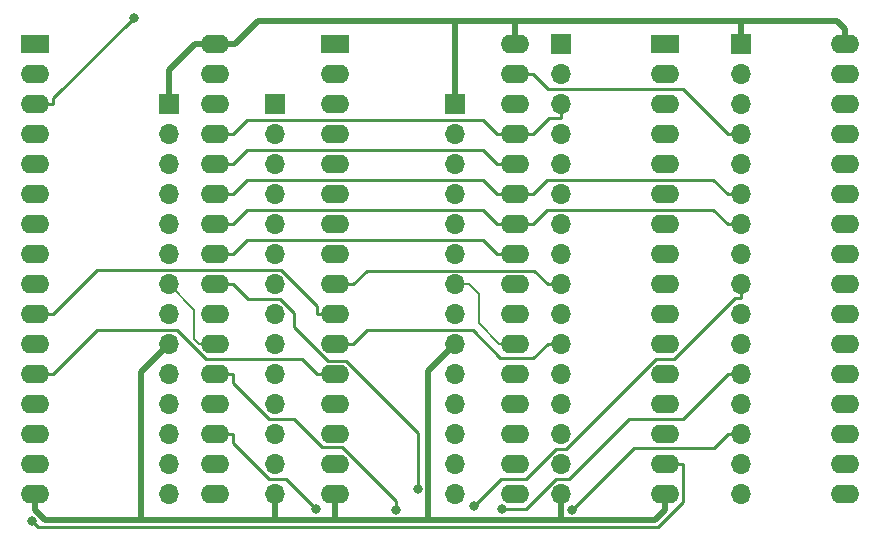
<source format=gbr>
G04 #@! TF.GenerationSoftware,KiCad,Pcbnew,(5.1.5-0-10_14)*
G04 #@! TF.CreationDate,2021-06-27T02:44:24+01:00*
G04 #@! TF.ProjectId,flash-rom-expansion,666c6173-682d-4726-9f6d-2d657870616e,rev?*
G04 #@! TF.SameCoordinates,Original*
G04 #@! TF.FileFunction,Copper,L2,Bot*
G04 #@! TF.FilePolarity,Positive*
%FSLAX46Y46*%
G04 Gerber Fmt 4.6, Leading zero omitted, Abs format (unit mm)*
G04 Created by KiCad (PCBNEW (5.1.5-0-10_14)) date 2021-06-27 02:44:24*
%MOMM*%
%LPD*%
G04 APERTURE LIST*
%ADD10O,1.700000X1.700000*%
%ADD11R,1.700000X1.700000*%
%ADD12O,2.400000X1.600000*%
%ADD13R,2.400000X1.600000*%
%ADD14C,0.800000*%
%ADD15C,0.500000*%
%ADD16C,0.250000*%
%ADD17C,0.130000*%
G04 APERTURE END LIST*
D10*
X108060000Y-99060000D03*
X108060000Y-96520000D03*
X108060000Y-93980000D03*
X108060000Y-91440000D03*
X108060000Y-88900000D03*
X108060000Y-86360000D03*
X108060000Y-83820000D03*
X108060000Y-81280000D03*
X108060000Y-78740000D03*
X108060000Y-76200000D03*
X108060000Y-73660000D03*
X108060000Y-71120000D03*
X108060000Y-68580000D03*
X108060000Y-66040000D03*
X108060000Y-63500000D03*
D11*
X108060000Y-60960000D03*
D10*
X92820000Y-99060000D03*
X92820000Y-96520000D03*
X92820000Y-93980000D03*
X92820000Y-91440000D03*
X92820000Y-88900000D03*
X92820000Y-86360000D03*
X92820000Y-83820000D03*
X92820000Y-81280000D03*
X92820000Y-78740000D03*
X92820000Y-76200000D03*
X92820000Y-73660000D03*
X92820000Y-71120000D03*
X92820000Y-68580000D03*
X92820000Y-66040000D03*
X92820000Y-63500000D03*
D11*
X92820000Y-60960000D03*
D10*
X83820000Y-99080000D03*
X83820000Y-96540000D03*
X83820000Y-94000000D03*
X83820000Y-91460000D03*
X83820000Y-88920000D03*
X83820000Y-86380000D03*
X83820000Y-83840000D03*
X83820000Y-81300000D03*
X83820000Y-78760000D03*
X83820000Y-76220000D03*
X83820000Y-73680000D03*
X83820000Y-71140000D03*
X83820000Y-68600000D03*
D11*
X83820000Y-66060000D03*
D10*
X68580000Y-99080000D03*
X68580000Y-96540000D03*
X68580000Y-94000000D03*
X68580000Y-91460000D03*
X68580000Y-88920000D03*
X68580000Y-86380000D03*
X68580000Y-83840000D03*
X68580000Y-81300000D03*
X68580000Y-78760000D03*
X68580000Y-76220000D03*
X68580000Y-73680000D03*
X68580000Y-71140000D03*
X68580000Y-68600000D03*
D11*
X68580000Y-66060000D03*
D10*
X59580000Y-99080000D03*
X59580000Y-96540000D03*
X59580000Y-94000000D03*
X59580000Y-91460000D03*
X59580000Y-88920000D03*
X59580000Y-86380000D03*
X59580000Y-83840000D03*
X59580000Y-81300000D03*
X59580000Y-78760000D03*
X59580000Y-76220000D03*
X59580000Y-73680000D03*
X59580000Y-71140000D03*
X59580000Y-68600000D03*
D11*
X59580000Y-66060000D03*
D12*
X88900000Y-60960000D03*
X73660000Y-99060000D03*
X88900000Y-63500000D03*
X73660000Y-96520000D03*
X88900000Y-66040000D03*
X73660000Y-93980000D03*
X88900000Y-68580000D03*
X73660000Y-91440000D03*
X88900000Y-71120000D03*
X73660000Y-88900000D03*
X88900000Y-73660000D03*
X73660000Y-86360000D03*
X88900000Y-76200000D03*
X73660000Y-83820000D03*
X88900000Y-78740000D03*
X73660000Y-81280000D03*
X88900000Y-81280000D03*
X73660000Y-78740000D03*
X88900000Y-83820000D03*
X73660000Y-76200000D03*
X88900000Y-86360000D03*
X73660000Y-73660000D03*
X88900000Y-88900000D03*
X73660000Y-71120000D03*
X88900000Y-91440000D03*
X73660000Y-68580000D03*
X88900000Y-93980000D03*
X73660000Y-66040000D03*
X88900000Y-96520000D03*
X73660000Y-63500000D03*
X88900000Y-99060000D03*
D13*
X73660000Y-60960000D03*
D12*
X63500000Y-60960000D03*
X48260000Y-99060000D03*
X63500000Y-63500000D03*
X48260000Y-96520000D03*
X63500000Y-66040000D03*
X48260000Y-93980000D03*
X63500000Y-68580000D03*
X48260000Y-91440000D03*
X63500000Y-71120000D03*
X48260000Y-88900000D03*
X63500000Y-73660000D03*
X48260000Y-86360000D03*
X63500000Y-76200000D03*
X48260000Y-83820000D03*
X63500000Y-78740000D03*
X48260000Y-81280000D03*
X63500000Y-81280000D03*
X48260000Y-78740000D03*
X63500000Y-83820000D03*
X48260000Y-76200000D03*
X63500000Y-86360000D03*
X48260000Y-73660000D03*
X63500000Y-88900000D03*
X48260000Y-71120000D03*
X63500000Y-91440000D03*
X48260000Y-68580000D03*
X63500000Y-93980000D03*
X48260000Y-66040000D03*
X63500000Y-96520000D03*
X48260000Y-63500000D03*
X63500000Y-99060000D03*
D13*
X48260000Y-60960000D03*
D12*
X116840000Y-60960000D03*
X101600000Y-99060000D03*
X116840000Y-63500000D03*
X101600000Y-96520000D03*
X116840000Y-66040000D03*
X101600000Y-93980000D03*
X116840000Y-68580000D03*
X101600000Y-91440000D03*
X116840000Y-71120000D03*
X101600000Y-88900000D03*
X116840000Y-73660000D03*
X101600000Y-86360000D03*
X116840000Y-76200000D03*
X101600000Y-83820000D03*
X116840000Y-78740000D03*
X101600000Y-81280000D03*
X116840000Y-81280000D03*
X101600000Y-78740000D03*
X116840000Y-83820000D03*
X101600000Y-76200000D03*
X116840000Y-86360000D03*
X101600000Y-73660000D03*
X116840000Y-88900000D03*
X101600000Y-71120000D03*
X116840000Y-91440000D03*
X101600000Y-68580000D03*
X116840000Y-93980000D03*
X101600000Y-66040000D03*
X116840000Y-96520000D03*
X101600000Y-63500000D03*
X116840000Y-99060000D03*
D13*
X101600000Y-60960000D03*
D14*
X56606000Y-58709200D03*
X48029800Y-101333500D03*
X80677200Y-98622900D03*
X85436800Y-100049900D03*
X78783900Y-100383600D03*
X87797200Y-100350400D03*
X72030700Y-100351400D03*
X93741100Y-100368900D03*
D15*
X57252000Y-101234000D02*
X68588000Y-101234000D01*
X57252000Y-101234000D02*
X57252000Y-88708000D01*
X57252000Y-88708000D02*
X59580000Y-86380000D01*
X68588000Y-101234000D02*
X73755000Y-101234000D01*
X68588000Y-101234000D02*
X68580000Y-101226000D01*
X68580000Y-101226000D02*
X68580000Y-99080000D01*
X73755000Y-101234000D02*
X81544000Y-101234000D01*
X73755000Y-101234000D02*
X73660000Y-101139000D01*
X73660000Y-101139000D02*
X73660000Y-99060000D01*
X81544000Y-101234000D02*
X92727000Y-101234000D01*
X81544000Y-101234000D02*
X81544000Y-88656000D01*
X81544000Y-88656000D02*
X83820000Y-86380000D01*
X92727000Y-101234000D02*
X100726000Y-101234000D01*
X100726000Y-101234000D02*
X101600000Y-100360000D01*
X101600000Y-100360000D02*
X101600000Y-99060000D01*
X92727000Y-101234000D02*
X92820000Y-101141000D01*
X92820000Y-101141000D02*
X92820000Y-99060000D01*
X48260000Y-99060000D02*
X48260000Y-100360000D01*
X48260000Y-100360000D02*
X49134000Y-101234000D01*
X49134000Y-101234000D02*
X57252000Y-101234000D01*
D16*
X48260000Y-66040000D02*
X49785300Y-66040000D01*
X56606000Y-58709200D02*
X49785300Y-65529900D01*
X49785300Y-65529900D02*
X49785300Y-66040000D01*
X101600000Y-96520000D02*
X103125300Y-96520000D01*
X103125300Y-96520000D02*
X103125300Y-99702200D01*
X103125300Y-99702200D02*
X101018100Y-101809400D01*
X101018100Y-101809400D02*
X48505700Y-101809400D01*
X48505700Y-101809400D02*
X48029800Y-101333500D01*
X88900000Y-71120000D02*
X87374700Y-71120000D01*
X63500000Y-71120000D02*
X65025300Y-71120000D01*
X65025300Y-71120000D02*
X66236500Y-69908800D01*
X66236500Y-69908800D02*
X86163500Y-69908800D01*
X86163500Y-69908800D02*
X87374700Y-71120000D01*
X48260000Y-88900000D02*
X49785300Y-88900000D01*
X73660000Y-88900000D02*
X72134700Y-88900000D01*
X72134700Y-88900000D02*
X70864700Y-87630000D01*
X70864700Y-87630000D02*
X62759200Y-87630000D01*
X62759200Y-87630000D02*
X60293200Y-85164000D01*
X60293200Y-85164000D02*
X53521300Y-85164000D01*
X53521300Y-85164000D02*
X49785300Y-88900000D01*
X88900000Y-73660000D02*
X90425300Y-73660000D01*
X108060000Y-73660000D02*
X106884700Y-73660000D01*
X106884700Y-73660000D02*
X105694200Y-72469500D01*
X105694200Y-72469500D02*
X91615800Y-72469500D01*
X91615800Y-72469500D02*
X90425300Y-73660000D01*
X88900000Y-73660000D02*
X87374700Y-73660000D01*
X63500000Y-73660000D02*
X65025300Y-73660000D01*
X65025300Y-73660000D02*
X66236500Y-72448800D01*
X66236500Y-72448800D02*
X86163500Y-72448800D01*
X86163500Y-72448800D02*
X87374700Y-73660000D01*
X73660000Y-86360000D02*
X75185300Y-86360000D01*
X92820000Y-86360000D02*
X91644700Y-86360000D01*
X91644700Y-86360000D02*
X90454100Y-87550600D01*
X90454100Y-87550600D02*
X87656000Y-87550600D01*
X87656000Y-87550600D02*
X85293600Y-85188200D01*
X85293600Y-85188200D02*
X76357100Y-85188200D01*
X76357100Y-85188200D02*
X75185300Y-86360000D01*
X88900000Y-76200000D02*
X90425300Y-76200000D01*
X108060000Y-76200000D02*
X106884700Y-76200000D01*
X106884700Y-76200000D02*
X105694200Y-75009500D01*
X105694200Y-75009500D02*
X91615800Y-75009500D01*
X91615800Y-75009500D02*
X90425300Y-76200000D01*
X88900000Y-76200000D02*
X87374700Y-76200000D01*
X63500000Y-76200000D02*
X65025300Y-76200000D01*
X65025300Y-76200000D02*
X66235300Y-74990000D01*
X66235300Y-74990000D02*
X86164700Y-74990000D01*
X86164700Y-74990000D02*
X87374700Y-76200000D01*
X48260000Y-83820000D02*
X49785300Y-83820000D01*
X73660000Y-83820000D02*
X72134700Y-83820000D01*
X72134700Y-83820000D02*
X72134700Y-83152700D01*
X72134700Y-83152700D02*
X69086200Y-80104200D01*
X69086200Y-80104200D02*
X53501100Y-80104200D01*
X53501100Y-80104200D02*
X49785300Y-83820000D01*
X63500000Y-78740000D02*
X65025300Y-78740000D01*
X88900000Y-78740000D02*
X87374700Y-78740000D01*
X87374700Y-78740000D02*
X86202900Y-77568200D01*
X86202900Y-77568200D02*
X66197100Y-77568200D01*
X66197100Y-77568200D02*
X65025300Y-78740000D01*
X73660000Y-81280000D02*
X75185300Y-81280000D01*
X92820000Y-81280000D02*
X91644700Y-81280000D01*
X91644700Y-81280000D02*
X90489400Y-80124700D01*
X90489400Y-80124700D02*
X76340600Y-80124700D01*
X76340600Y-80124700D02*
X75185300Y-81280000D01*
X108060000Y-82455300D02*
X107525700Y-82455300D01*
X107525700Y-82455300D02*
X102351000Y-87630000D01*
X102351000Y-87630000D02*
X100868000Y-87630000D01*
X100868000Y-87630000D02*
X93248000Y-95250000D01*
X93248000Y-95250000D02*
X92370200Y-95250000D01*
X92370200Y-95250000D02*
X89830200Y-97790000D01*
X89830200Y-97790000D02*
X87696700Y-97790000D01*
X87696700Y-97790000D02*
X85436800Y-100049900D01*
X65025300Y-81280000D02*
X66315300Y-82570000D01*
X66315300Y-82570000D02*
X68980000Y-82570000D01*
X68980000Y-82570000D02*
X70169000Y-83759000D01*
X70169000Y-83759000D02*
X70169000Y-84869100D01*
X70169000Y-84869100D02*
X73074500Y-87774600D01*
X73074500Y-87774600D02*
X74568100Y-87774600D01*
X74568100Y-87774600D02*
X80677200Y-93883700D01*
X80677200Y-93883700D02*
X80677200Y-98622900D01*
X108060000Y-81280000D02*
X108060000Y-82455300D01*
X63500000Y-81280000D02*
X65025300Y-81280000D01*
X106884700Y-88900000D02*
X103074700Y-92710000D01*
X103074700Y-92710000D02*
X98530200Y-92710000D01*
X98530200Y-92710000D02*
X93450200Y-97790000D01*
X93450200Y-97790000D02*
X92370200Y-97790000D01*
X92370200Y-97790000D02*
X89809800Y-100350400D01*
X89809800Y-100350400D02*
X87797200Y-100350400D01*
X65025300Y-88900000D02*
X65025300Y-89662600D01*
X65025300Y-89662600D02*
X68092700Y-92730000D01*
X68092700Y-92730000D02*
X70209800Y-92730000D01*
X70209800Y-92730000D02*
X72585200Y-95105400D01*
X72585200Y-95105400D02*
X74240600Y-95105400D01*
X74240600Y-95105400D02*
X78783900Y-99648700D01*
X78783900Y-99648700D02*
X78783900Y-100383600D01*
X108060000Y-88900000D02*
X106884700Y-88900000D01*
X63500000Y-88900000D02*
X65025300Y-88900000D01*
X106884700Y-93980000D02*
X105709400Y-95155300D01*
X105709400Y-95155300D02*
X98954700Y-95155300D01*
X98954700Y-95155300D02*
X93741100Y-100368900D01*
X65025300Y-93980000D02*
X65025300Y-94742600D01*
X65025300Y-94742600D02*
X68092700Y-97810000D01*
X68092700Y-97810000D02*
X69489300Y-97810000D01*
X69489300Y-97810000D02*
X72030700Y-100351400D01*
X108060000Y-93980000D02*
X106884700Y-93980000D01*
X63500000Y-93980000D02*
X65025300Y-93980000D01*
X92820000Y-66040000D02*
X92820000Y-67215300D01*
X88900000Y-68580000D02*
X90425300Y-68580000D01*
X92820000Y-67215300D02*
X91790000Y-67215300D01*
X91790000Y-67215300D02*
X90425300Y-68580000D01*
X63500000Y-68580000D02*
X65025300Y-68580000D01*
X88900000Y-68580000D02*
X87374700Y-68580000D01*
X87374700Y-68580000D02*
X86189500Y-67394800D01*
X86189500Y-67394800D02*
X66210500Y-67394800D01*
X66210500Y-67394800D02*
X65025300Y-68580000D01*
X88900000Y-63500000D02*
X90425300Y-63500000D01*
X108060000Y-68580000D02*
X106884700Y-68580000D01*
X106884700Y-68580000D02*
X103074700Y-64770000D01*
X103074700Y-64770000D02*
X91695300Y-64770000D01*
X91695300Y-64770000D02*
X90425300Y-63500000D01*
D17*
X63500000Y-86360000D02*
X62170000Y-86360000D01*
X62170000Y-86360000D02*
X61750000Y-85940000D01*
X61750000Y-85940000D02*
X61750000Y-83470000D01*
X61750000Y-83470000D02*
X59580000Y-81300000D01*
X83820000Y-81300000D02*
X85022100Y-81300000D01*
X85022100Y-81300000D02*
X85800000Y-82077900D01*
X85800000Y-82077900D02*
X85800000Y-84590000D01*
X85800000Y-84590000D02*
X87570000Y-86360000D01*
X87570000Y-86360000D02*
X88900000Y-86360000D01*
D15*
X83759000Y-59003000D02*
X88773000Y-59003000D01*
X63500000Y-60960000D02*
X65200000Y-60960000D01*
X65200000Y-60960000D02*
X67157000Y-59003000D01*
X67157000Y-59003000D02*
X83759000Y-59003000D01*
X83759000Y-59003000D02*
X83820000Y-59064000D01*
X83820000Y-59064000D02*
X83820000Y-66060000D01*
X88773000Y-59003000D02*
X108136000Y-59003000D01*
X88773000Y-59003000D02*
X88900000Y-59130000D01*
X88900000Y-59130000D02*
X88900000Y-60960000D01*
X108136000Y-59003000D02*
X116183000Y-59003000D01*
X116183000Y-59003000D02*
X116840000Y-59660000D01*
X116840000Y-59660000D02*
X116840000Y-60960000D01*
X108136000Y-59003000D02*
X108060000Y-59079000D01*
X108060000Y-59079000D02*
X108060000Y-60960000D01*
X63500000Y-60960000D02*
X61800000Y-60960000D01*
X61800000Y-60960000D02*
X59580000Y-63180000D01*
X59580000Y-63180000D02*
X59580000Y-66060000D01*
M02*

</source>
